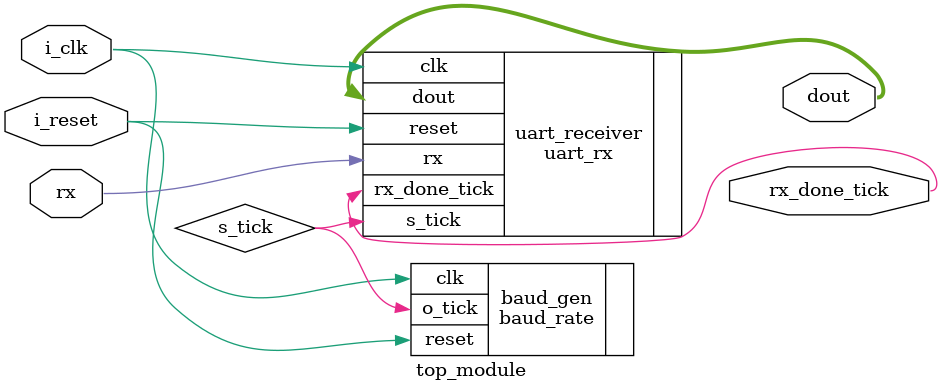
<source format=v>
`timescale 1ns / 1ps
module top_module(
    input wire i_clk,           // Reloj principal
    input wire i_reset,         // Reset global
    input wire rx,              // Señal de recepción UART
    output wire [7:0] dout,     // Salida de datos recibidos
    output wire rx_done_tick    // Señal que indica cuando la recepción ha terminado
);

    // Parámetros
    localparam BAUD_RATE = 19200;
    localparam FREQ_CLK = 50000000;
    
    wire s_tick;  // Señal de tick generada por el baud_rate
    
    // Instancia del generador de baud_rate
    baud_rate #(
        .FREQ_CLK(FREQ_CLK),
        .BAUD_RATE(BAUD_RATE)
    )
    baud_gen (
        .clk(i_clk),
        .reset(i_reset),
        .o_tick(s_tick)
    );
    
    // Instancia del receptor UART (uart_rx)
    uart_rx uart_receiver (
        .clk(i_clk),
        .reset(i_reset),
        .rx(rx),
        .s_tick(s_tick),
        .rx_done_tick(rx_done_tick),
        .dout(dout)
    );

endmodule

</source>
